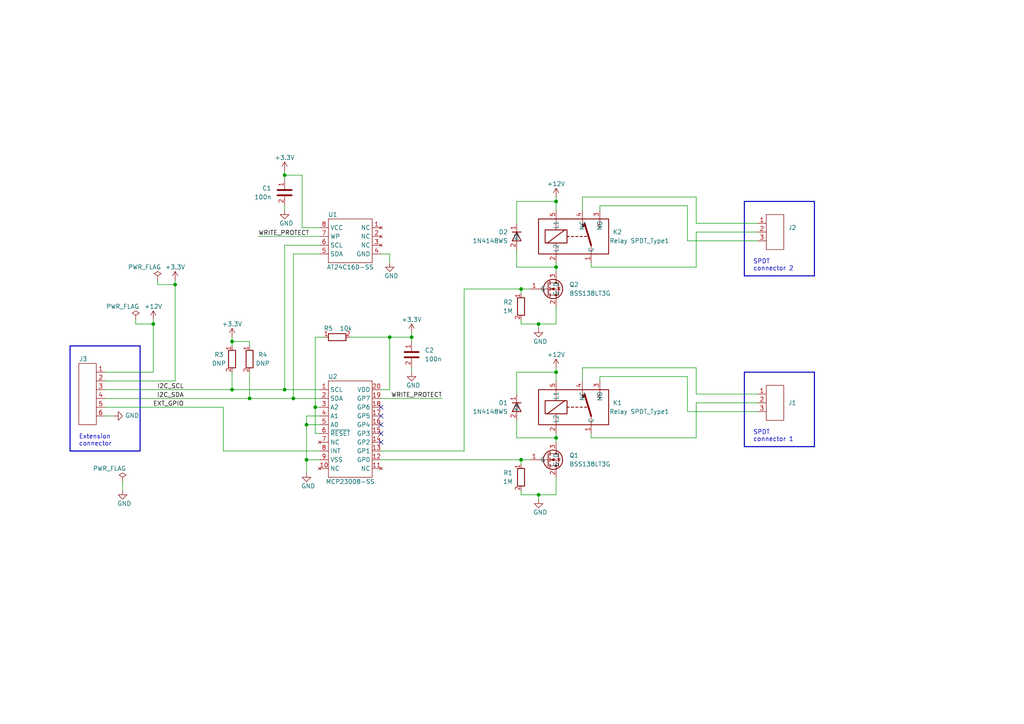
<source format=kicad_sch>
(kicad_sch (version 20230121) (generator eeschema)
  (paper "A4")
  (title_block (title "Two relays extension board") (date "2024-05-24") (rev "1.0") (company "stf.labs"))
  (lib_symbols
    (symbol "p_Diode:1N4148WS" (pin_names (offset 1.016))
      (property "Reference" "D" (at 0 3.81 0))
      (property "Value" "1N4148WS" (at 0 -2.54 0))
      (symbol "1N4148WS_1_1"
        (polyline (pts (xy -1.27 1.27) (xy -1.27 -1.27)) (stroke (width 0.254)))
        (polyline (pts (xy 1.27 0) (xy -1.27 0)))
        (polyline (pts (xy 1.27 1.27) (xy 1.27 -1.27) (xy -1.27 0) (xy 1.27 1.27)) (stroke (width 0.254)))
        (pin passive line (at -3.81 0 0) (length 2.54) (name "K") (number "1"))
        (pin passive line (at 3.81 0 180) (length 2.54) (name "A") (number "2"))
      )
    )
    (symbol "p_IO:MCP23008-SS"
      (property "Reference" "U" (at -5.08 15.24 0))
      (property "Value" "MCP23008-SS" (at 0 -15.24 0))
      (symbol "MCP23008-SS_0_1"
        (rectangle (start -6.35 13.97) (end 6.35 -13.97))
      )
      (symbol "MCP23008-SS_1_1"
        (pin input line (at -8.89 11.43 0) (length 2.54) (name "SCL") (number "1"))
        (pin no_connect line (at -8.89 -11.43 0) (length 2.54) (name "NC") (number "10"))
        (pin no_connect line (at 8.89 -11.43 180) (length 2.54) (name "NC") (number "11"))
        (pin bidirectional line (at 8.89 -8.89 180) (length 2.54) (name "GP0") (number "12"))
        (pin bidirectional line (at 8.89 -6.35 180) (length 2.54) (name "GP1") (number "13"))
        (pin bidirectional line (at 8.89 -3.81 180) (length 2.54) (name "GP2") (number "14"))
        (pin bidirectional line (at 8.89 -1.27 180) (length 2.54) (name "GP3") (number "15"))
        (pin bidirectional line (at 8.89 1.27 180) (length 2.54) (name "GP4") (number "16"))
        (pin bidirectional line (at 8.89 3.81 180) (length 2.54) (name "GP5") (number "17"))
        (pin bidirectional line (at 8.89 6.35 180) (length 2.54) (name "GP6") (number "18"))
        (pin bidirectional line (at 8.89 8.89 180) (length 2.54) (name "GP7") (number "19"))
        (pin bidirectional line (at -8.89 8.89 0) (length 2.54) (name "SDA") (number "2"))
        (pin power_in line (at 8.89 11.43 180) (length 2.54) (name "VDD") (number "20"))
        (pin input line (at -8.89 6.35 0) (length 2.54) (name "A2") (number "3"))
        (pin input line (at -8.89 3.81 0) (length 2.54) (name "A1") (number "4"))
        (pin input line (at -8.89 1.27 0) (length 2.54) (name "A0") (number "5"))
        (pin input line (at -8.89 -1.27 0) (length 2.54) (name "~{RESET}") (number "6"))
        (pin no_connect line (at -8.89 -3.81 0) (length 2.54) (name "NC") (number "7"))
        (pin output line (at -8.89 -6.35 0) (length 2.54) (name "INT") (number "8"))
        (pin passive line (at -8.89 -8.89 0) (length 2.54) (name "VSS") (number "9"))
      )
    )
    (symbol "p_Memory:AT24C16D-SS"
      (property "Reference" "U" (at -5.08 7.62 0))
      (property "Value" "AT24C16D-SS" (at 2.54 -7.62 0))
      (property "Footprint" "p_Package_SO:SOIC-8_3.9x4.9mm_P1.27mm" (at 1.27 -10.16 0))
      (symbol "AT24C16D-SS_0_1"
        (rectangle (start -6.35 6.35) (end 6.35 -6.35))
      )
      (symbol "AT24C16D-SS_1_1"
        (pin no_connect line (at -8.89 3.81 0) (length 2.54) (name "NC") (number "1"))
        (pin no_connect line (at -8.89 1.27 0) (length 2.54) (name "NC") (number "2"))
        (pin no_connect line (at -8.89 -1.27 0) (length 2.54) (name "NC") (number "3"))
        (pin passive line (at -8.89 -3.81 0) (length 2.54) (name "GND") (number "4"))
        (pin bidirectional line (at 8.89 -3.81 180) (length 2.54) (name "SDA") (number "5"))
        (pin input line (at 8.89 -1.27 180) (length 2.54) (name "SCL") (number "6"))
        (pin input line (at 8.89 1.27 180) (length 2.54) (name "WP") (number "7"))
        (pin power_in line (at 8.89 3.81 180) (length 2.54) (name "VCC") (number "8"))
      )
    )
    (symbol "p_Misc:Conn_HE13_1x3_2.54V" (pin_names (offset 1.016) hide)
      (property "Reference" "J" (at 2.54 6.35 0))
      (property "Value" "Conn_HE13_1x3_2.54V" (at 2.54 -7.62 0))
      (symbol "Conn_HE13_1x3_2.54V_0_1"
        (rectangle (start 0 5.08) (end 5.08 -5.08))
      )
      (symbol "Conn_HE13_1x3_2.54V_1_1"
        (pin passive line (at -2.54 2.54 0) (length 2.54) (name "1") (number "1"))
        (pin passive line (at -2.54 0 0) (length 2.54) (name "2") (number "2"))
        (pin passive line (at -2.54 -2.54 0) (length 2.54) (name "3") (number "3"))
      )
    )
    (symbol "p_Misc:Conn_HE13_1x6_2.54V" (pin_names (offset 1.016) hide)
      (property "Reference" "J" (at 5.08 3.81 0))
      (property "Value" "Conn_HE13_1x6_2.54V" (at 6.35 -17.78 0))
      (symbol "Conn_HE13_1x6_2.54V_0_1"
        (rectangle (start 2.54 2.54) (end 7.62 -15.24))
      )
      (symbol "Conn_HE13_1x6_2.54V_1_1"
        (pin passive line (at 0 0 0) (length 2.54) (name "1") (number "1"))
        (pin passive line (at 0 -2.54 0) (length 2.54) (name "2") (number "2"))
        (pin passive line (at 0 -5.08 0) (length 2.54) (name "3") (number "3"))
        (pin passive line (at 0 -7.62 0) (length 2.54) (name "4") (number "4"))
        (pin passive line (at 0 -10.16 0) (length 2.54) (name "5") (number "5"))
        (pin passive line (at 0 -12.7 0) (length 2.54) (name "6") (number "6"))
      )
    )
    (symbol "p_Misc:Relay_SPDT_Type1"
      (property "Reference" "K" (at -10.16 6.35 0))
      (property "Value" "Relay SPDT_Type1" (at 15.24 -6.35 0))
      (symbol "Relay_SPDT_Type1_0_0"
        (polyline (pts (xy 7.62 5.08) (xy 7.62 2.54) (xy 6.985 3.175) (xy 7.62 3.81)))
      )
      (symbol "Relay_SPDT_Type1_0_1"
        (rectangle (start -8.255 1.905) (end -1.905 -1.905) (stroke (width 0.254)))
        (polyline (pts (xy -7.62 -1.905) (xy -2.54 1.905)) (stroke (width 0.254)))
        (polyline (pts (xy -5.08 -5.08) (xy -5.08 -1.905)))
        (polyline (pts (xy -5.08 5.08) (xy -5.08 1.905)))
        (polyline (pts (xy -1.905 0) (xy -1.27 0)) (stroke (width 0.254)))
        (polyline (pts (xy -0.635 0) (xy 0 0)) (stroke (width 0.254)))
        (polyline (pts (xy 0.635 0) (xy 1.27 0)) (stroke (width 0.254)))
        (polyline (pts (xy 1.905 0) (xy 2.54 0)) (stroke (width 0.254)))
        (polyline (pts (xy 3.175 0) (xy 3.81 0)) (stroke (width 0.254)))
        (polyline (pts (xy 5.08 -2.54) (xy 3.175 3.81)) (stroke (width 0.508)))
        (polyline (pts (xy 5.08 -2.54) (xy 5.08 -5.08)))
        (polyline (pts (xy 2.54 5.08) (xy 2.54 2.54) (xy 3.175 3.175) (xy 2.54 3.81)) (fill (type outline)))
      )
      (symbol "Relay_SPDT_Type1_1_1"
        (rectangle (start -10.16 5.08) (end 10.16 -5.08) (stroke (width 0.254)))
        (pin passive line (at 5.08 -7.62 90) (length 2.54) (name "C") (number "1"))
        (pin passive line (at -5.08 -7.62 90) (length 2.54) (name "L2") (number "2"))
        (pin passive line (at 7.62 7.62 270) (length 2.54) (name "NO") (number "3"))
        (pin passive line (at 2.54 7.62 270) (length 2.54) (name "NC") (number "4"))
        (pin passive line (at -5.08 7.62 270) (length 2.54) (name "L1") (number "5"))
      )
    )
    (symbol "p_Passive:C_0603" (pin_names (offset 0) hide)
      (property "Reference" "C" (at 0 0 0))
      (property "Value" "C_0603" (at 0 0 0))
      (symbol "C_0603_1_1"
        (polyline (pts (xy -2.032 -0.762) (xy 2.032 -0.762)) (stroke (width 0.508)))
        (polyline (pts (xy -2.032 0.762) (xy 2.032 0.762)) (stroke (width 0.508)))
        (pin passive line (at 0 3.81 270) (length 2.794) (name "~") (number "1"))
        (pin passive line (at 0 -3.81 90) (length 2.794) (name "~") (number "2"))
      )
    )
    (symbol "p_Passive:R_0603" (pin_names (offset 0) hide)
      (property "Reference" "R" (at 0 0 0))
      (property "Value" "R_0603" (at 0 0 0))
      (symbol "R_0603_1_1"
        (rectangle (start -1.016 -2.54) (end 1.016 2.54) (stroke (width 0.254)))
        (pin passive line (at 0 3.81 270) (length 1.27) (name "~") (number "1"))
        (pin passive line (at 0 -3.81 90) (length 1.27) (name "~") (number "2"))
      )
    )
    (symbol "p_Transistor_FET:BSS138LT3G"
      (property "Reference" "Q" (at -5.08 6.35 0))
      (property "Value" "BSS138LT3G" (at 0 0 0))
      (symbol "BSS138LT3G_1_1"
        (circle (center -0.889 0) (radius 2.794) (stroke (width 0.254)))
        (circle (center 0 -1.778) (radius 0.254) (fill (type outline)))
        (polyline (pts (xy -2.286 0) (xy -5.08 0)))
        (polyline (pts (xy -2.286 1.905) (xy -2.286 -1.905)) (stroke (width 0.254)))
        (polyline (pts (xy -1.778 -1.27) (xy -1.778 -2.286)) (stroke (width 0.254)))
        (polyline (pts (xy -1.778 0.508) (xy -1.778 -0.508)) (stroke (width 0.254)))
        (polyline (pts (xy -1.778 2.286) (xy -1.778 1.27)) (stroke (width 0.254)))
        (polyline (pts (xy 0 2.54) (xy 0 1.778)))
        (polyline (pts (xy 0 -2.54) (xy 0 0) (xy -1.778 0)))
        (polyline (pts (xy -1.778 -1.778) (xy 0.762 -1.778) (xy 0.762 1.778) (xy -1.778 1.778)))
        (polyline (pts (xy -1.524 0) (xy -0.508 0.381) (xy -0.508 -0.381) (xy -1.524 0)) (fill (type outline)))
        (polyline (pts (xy 0.254 0.508) (xy 0.381 0.381) (xy 1.143 0.381) (xy 1.27 0.254)))
        (polyline (pts (xy 0.762 0.381) (xy 0.381 -0.254) (xy 1.143 -0.254) (xy 0.762 0.381)))
        (circle (center 0 1.778) (radius 0.254) (fill (type outline)))
        (pin input line (at -7.62 0 0) (length 2.54) (name "G") (number "1"))
        (pin passive line (at 0 -5.08 90) (length 2.54) (name "S") (number "2"))
        (pin passive line (at 0 5.08 270) (length 2.54) (name "D") (number "3"))
      )
    )
    (symbol "power:+12V" (power) (pin_names (offset 0))
      (property "Value" "+12V" (at 0 3.556 0))
      (symbol "+12V_0_1"
        (polyline (pts (xy -0.762 1.27) (xy 0 2.54)))
        (polyline (pts (xy 0 0) (xy 0 2.54)))
        (polyline (pts (xy 0 2.54) (xy 0.762 1.27)))
      )
      (symbol "+12V_1_1"
        (pin power_in line (at 0 0 90) (length 0) hide (name "+12V") (number "1"))
      )
    )
    (symbol "power:+3.3V" (power) (pin_names (offset 0))
      (property "Value" "+3.3V" (at 0 3.556 0))
      (symbol "+3.3V_0_1"
        (polyline (pts (xy -0.762 1.27) (xy 0 2.54)))
        (polyline (pts (xy 0 0) (xy 0 2.54)))
        (polyline (pts (xy 0 2.54) (xy 0.762 1.27)))
      )
      (symbol "+3.3V_1_1"
        (pin power_in line (at 0 0 90) (length 0) hide (name "+3.3V") (number "1"))
      )
    )
    (symbol "power:GND" (power) (pin_names (offset 0))
      (property "Value" "GND" (at 0 -3.81 0))
      (symbol "GND_0_1"
        (polyline (pts (xy 0 0) (xy 0 -1.27) (xy 1.27 -1.27) (xy 0 -2.54) (xy -1.27 -1.27) (xy 0 -1.27)))
      )
      (symbol "GND_1_1"
        (pin power_in line (at 0 0 270) (length 0) hide (name "GND") (number "1"))
      )
    )
    (symbol "power:PWR_FLAG" (power) (pin_numbers hide) (pin_names (offset 0) hide)
      (property "Value" "PWR_FLAG" (at 0 3.81 0))
      (symbol "PWR_FLAG_0_0"
        (pin power_out line (at 0 0 90) (length 0) (name "pwr") (number "1"))
      )
      (symbol "PWR_FLAG_0_1"
        (polyline (pts (xy 0 0) (xy 0 1.27) (xy -1.016 1.905) (xy 0 2.54) (xy 1.016 1.905) (xy 0 1.27)))
      )
    )
  )
  (junction (at 113.03 97.79))
  (junction (at 67.31 99.06))
  (junction (at 91.44 118.11))
  (junction (at 82.55 50.8))
  (junction (at 161.29 77.47))
  (junction (at 151.13 83.82))
  (junction (at 67.31 113.03))
  (junction (at 161.29 107.95))
  (junction (at 82.55 113.03))
  (junction (at 161.29 58.42))
  (junction (at 88.9 133.35))
  (junction (at 161.29 127))
  (junction (at 156.21 93.98))
  (junction (at 119.38 97.79))
  (junction (at 88.9 123.19))
  (junction (at 50.8 82.55))
  (junction (at 72.39 115.57))
  (junction (at 151.13 133.35))
  (junction (at 44.45 93.98))
  (junction (at 85.09 115.57))
  (junction (at 156.21 143.51))
  (no_connect (at 110.49 125.73))
  (no_connect (at 110.49 128.27))
  (no_connect (at 110.49 118.11))
  (no_connect (at 110.49 123.19))
  (no_connect (at 110.49 120.65))
  (wire (pts (xy 171.45 127) (xy 201.93 127)))
  (wire (pts (xy 92.71 71.12) (xy 82.55 71.12)))
  (wire (pts (xy 72.39 99.06) (xy 67.31 99.06)))
  (wire (pts (xy 92.71 130.81) (xy 64.77 130.81)))
  (wire (pts (xy 44.45 93.98) (xy 44.45 107.95)))
  (wire (pts (xy 161.29 125.73) (xy 161.29 127)))
  (wire (pts (xy 151.13 92.71) (xy 151.13 93.98)))
  (wire (pts (xy 67.31 113.03) (xy 82.55 113.03)))
  (polyline (pts (xy 236.22 107.95) (xy 215.9 107.95)) (stroke (width 0.3048)))
  (wire (pts (xy 82.55 50.8) (xy 82.55 52.07)))
  (wire (pts (xy 151.13 133.35) (xy 153.67 133.35)))
  (wire (pts (xy 201.93 114.3) (xy 201.93 106.68)))
  (wire (pts (xy 72.39 115.57) (xy 85.09 115.57)))
  (wire (pts (xy 30.48 110.49) (xy 50.8 110.49)))
  (wire (pts (xy 87.63 50.8) (xy 87.63 66.04)))
  (wire (pts (xy 67.31 99.06) (xy 67.31 100.33)))
  (wire (pts (xy 156.21 93.98) (xy 156.21 95.25)))
  (wire (pts (xy 92.71 120.65) (xy 88.9 120.65)))
  (wire (pts (xy 201.93 64.77) (xy 219.71 64.77)))
  (polyline (pts (xy 215.9 58.42) (xy 215.9 80.01)) (stroke (width 0.3048)))
  (wire (pts (xy 199.39 59.69) (xy 199.39 69.85)))
  (wire (pts (xy 85.09 115.57) (xy 92.71 115.57)))
  (wire (pts (xy 161.29 76.2) (xy 161.29 77.47)))
  (wire (pts (xy 91.44 97.79) (xy 91.44 118.11)))
  (wire (pts (xy 50.8 82.55) (xy 50.8 110.49)))
  (wire (pts (xy 74.93 68.58) (xy 92.71 68.58)))
  (wire (pts (xy 219.71 119.38) (xy 199.39 119.38)))
  (wire (pts (xy 151.13 142.24) (xy 151.13 143.51)))
  (wire (pts (xy 45.72 82.55) (xy 50.8 82.55)))
  (wire (pts (xy 171.45 77.47) (xy 201.93 77.47)))
  (wire (pts (xy 92.71 123.19) (xy 88.9 123.19)))
  (wire (pts (xy 201.93 106.68) (xy 168.91 106.68)))
  (wire (pts (xy 82.55 71.12) (xy 82.55 113.03)))
  (wire (pts (xy 88.9 123.19) (xy 88.9 133.35)))
  (wire (pts (xy 82.55 49.53) (xy 82.55 50.8)))
  (wire (pts (xy 39.37 93.98) (xy 44.45 93.98)))
  (wire (pts (xy 201.93 64.77) (xy 201.93 57.15)))
  (wire (pts (xy 173.99 109.22) (xy 199.39 109.22)))
  (wire (pts (xy 201.93 114.3) (xy 219.71 114.3)))
  (wire (pts (xy 50.8 81.28) (xy 50.8 82.55)))
  (wire (pts (xy 119.38 97.79) (xy 119.38 99.06)))
  (wire (pts (xy 72.39 100.33) (xy 72.39 99.06)))
  (wire (pts (xy 85.09 73.66) (xy 92.71 73.66)))
  (wire (pts (xy 67.31 107.95) (xy 67.31 113.03)))
  (wire (pts (xy 151.13 143.51) (xy 156.21 143.51)))
  (wire (pts (xy 201.93 67.31) (xy 201.93 77.47)))
  (wire (pts (xy 161.29 127) (xy 149.86 127)))
  (wire (pts (xy 168.91 106.68) (xy 168.91 110.49)))
  (wire (pts (xy 128.27 115.57) (xy 110.49 115.57)))
  (polyline (pts (xy 40.64 100.33) (xy 20.32 100.33)) (stroke (width 0.3048)))
  (wire (pts (xy 39.37 92.71) (xy 39.37 93.98)))
  (wire (pts (xy 113.03 97.79) (xy 119.38 97.79)))
  (wire (pts (xy 134.62 83.82) (xy 151.13 83.82)))
  (wire (pts (xy 88.9 137.16) (xy 88.9 133.35)))
  (wire (pts (xy 168.91 60.96) (xy 168.91 57.15)))
  (wire (pts (xy 161.29 127) (xy 161.29 128.27)))
  (wire (pts (xy 156.21 93.98) (xy 161.29 93.98)))
  (polyline (pts (xy 215.9 107.95) (xy 215.9 129.54)) (stroke (width 0.3048)))
  (wire (pts (xy 35.56 139.7) (xy 35.56 142.24)))
  (wire (pts (xy 64.77 130.81) (xy 64.77 118.11)))
  (wire (pts (xy 88.9 120.65) (xy 88.9 123.19)))
  (wire (pts (xy 161.29 106.68) (xy 161.29 107.95)))
  (wire (pts (xy 113.03 113.03) (xy 113.03 97.79)))
  (wire (pts (xy 30.48 120.65) (xy 33.02 120.65)))
  (wire (pts (xy 92.71 118.11) (xy 91.44 118.11)))
  (wire (pts (xy 110.49 133.35) (xy 151.13 133.35)))
  (wire (pts (xy 82.55 50.8) (xy 87.63 50.8)))
  (wire (pts (xy 161.29 60.96) (xy 161.29 58.42)))
  (wire (pts (xy 88.9 133.35) (xy 92.71 133.35)))
  (wire (pts (xy 44.45 92.71) (xy 44.45 93.98)))
  (wire (pts (xy 30.48 118.11) (xy 64.77 118.11)))
  (wire (pts (xy 91.44 97.79) (xy 93.98 97.79)))
  (wire (pts (xy 134.62 130.81) (xy 134.62 83.82)))
  (wire (pts (xy 151.13 133.35) (xy 151.13 134.62)))
  (wire (pts (xy 161.29 110.49) (xy 161.29 107.95)))
  (wire (pts (xy 149.86 77.47) (xy 149.86 72.39)))
  (polyline (pts (xy 20.32 100.33) (xy 20.32 130.81)) (stroke (width 0.3048)))
  (wire (pts (xy 119.38 96.52) (xy 119.38 97.79)))
  (wire (pts (xy 171.45 125.73) (xy 171.45 127)))
  (wire (pts (xy 85.09 115.57) (xy 85.09 73.66)))
  (polyline (pts (xy 40.64 100.33) (xy 40.64 130.81)) (stroke (width 0.3048)))
  (wire (pts (xy 151.13 83.82) (xy 151.13 85.09)))
  (wire (pts (xy 110.49 130.81) (xy 134.62 130.81)))
  (polyline (pts (xy 236.22 58.42) (xy 236.22 80.01)) (stroke (width 0.3048)))
  (wire (pts (xy 91.44 118.11) (xy 91.44 125.73)))
  (polyline (pts (xy 236.22 107.95) (xy 236.22 129.54)) (stroke (width 0.3048)))
  (wire (pts (xy 149.86 58.42) (xy 149.86 64.77)))
  (wire (pts (xy 173.99 59.69) (xy 173.99 60.96)))
  (wire (pts (xy 168.91 57.15) (xy 201.93 57.15)))
  (polyline (pts (xy 20.32 130.81) (xy 40.64 130.81)) (stroke (width 0.3048)))
  (wire (pts (xy 161.29 88.9) (xy 161.29 93.98)))
  (wire (pts (xy 219.71 116.84) (xy 201.93 116.84)))
  (wire (pts (xy 161.29 57.15) (xy 161.29 58.42)))
  (polyline (pts (xy 215.9 80.01) (xy 236.22 80.01)) (stroke (width 0.3048)))
  (wire (pts (xy 151.13 83.82) (xy 153.67 83.82)))
  (wire (pts (xy 67.31 97.79) (xy 67.31 99.06)))
  (wire (pts (xy 30.48 107.95) (xy 44.45 107.95)))
  (wire (pts (xy 30.48 113.03) (xy 67.31 113.03)))
  (wire (pts (xy 171.45 77.47) (xy 171.45 76.2)))
  (wire (pts (xy 219.71 69.85) (xy 199.39 69.85)))
  (wire (pts (xy 87.63 66.04) (xy 92.71 66.04)))
  (polyline (pts (xy 236.22 58.42) (xy 215.9 58.42)) (stroke (width 0.3048)))
  (wire (pts (xy 161.29 77.47) (xy 161.29 78.74)))
  (wire (pts (xy 161.29 58.42) (xy 149.86 58.42)))
  (wire (pts (xy 156.21 143.51) (xy 161.29 143.51)))
  (wire (pts (xy 119.38 106.68) (xy 119.38 107.95)))
  (wire (pts (xy 151.13 93.98) (xy 156.21 93.98)))
  (wire (pts (xy 149.86 107.95) (xy 149.86 114.3)))
  (wire (pts (xy 161.29 77.47) (xy 149.86 77.47)))
  (polyline (pts (xy 215.9 129.54) (xy 236.22 129.54)) (stroke (width 0.3048)))
  (wire (pts (xy 161.29 138.43) (xy 161.29 143.51)))
  (wire (pts (xy 113.03 73.66) (xy 113.03 76.2)))
  (wire (pts (xy 110.49 113.03) (xy 113.03 113.03)))
  (wire (pts (xy 82.55 59.69) (xy 82.55 60.96)))
  (wire (pts (xy 219.71 67.31) (xy 201.93 67.31)))
  (wire (pts (xy 201.93 116.84) (xy 201.93 127)))
  (wire (pts (xy 30.48 115.57) (xy 72.39 115.57)))
  (wire (pts (xy 149.86 127) (xy 149.86 121.92)))
  (wire (pts (xy 72.39 107.95) (xy 72.39 115.57)))
  (wire (pts (xy 199.39 59.69) (xy 173.99 59.69)))
  (wire (pts (xy 45.72 81.28) (xy 45.72 82.55)))
  (wire (pts (xy 156.21 143.51) (xy 156.21 144.78)))
  (wire (pts (xy 173.99 110.49) (xy 173.99 109.22)))
  (wire (pts (xy 92.71 125.73) (xy 91.44 125.73)))
  (wire (pts (xy 82.55 113.03) (xy 92.71 113.03)))
  (wire (pts (xy 199.39 109.22) (xy 199.39 119.38)))
  (wire (pts (xy 110.49 73.66) (xy 113.03 73.66)))
  (wire (pts (xy 161.29 107.95) (xy 149.86 107.95)))
  (wire (pts (xy 101.6 97.79) (xy 113.03 97.79)))
  (text "SPDT\nconnector 1" (at 218.44 128.27 0) (effects (font (size 1.27 1.27)) (justify left bottom)))
  (text "SPDT\nconnector 2" (at 218.44 78.74 0) (effects (font (size 1.27 1.27)) (justify left bottom)))
  (text "Extension\nconnector" (at 22.86 129.54 0) (effects (font (size 1.27 1.27)) (justify left bottom)))
  (label "EXT_GPIO" (at 53.34 118.11 180))
  (label "I2C_SDA" (at 53.34 115.57 180))
  (label "WRITE_PROTECT" (at 74.93 68.58 0))
  (label "I2C_SCL" (at 53.34 113.03 180))
  (label "WRITE_PROTECT" (at 128.27 115.57 180))
  (symbol (lib_id "p_Misc:Conn_HE13_1x3_2.54V") (at 222.25 116.84 0) (unit 1)
    (property "Reference" "J1" (at 228.6 116.84 0) (effects (justify left)))
    (property "Value" "Conn_HE13_1x3_2.54V" (effects hide))
    (property "Footprint" "p_Package_Misc:PinHeader_1x03_P2.54mm_Vertical" (effects hide))
  )
  (symbol (lib_id "power:PWR_FLAG") (at 35.56 139.7 0) (unit 1)
    (property "Reference" "#FLG03" (effects hide))
    (property "Value" "PWR_FLAG" (at 31.75 135.89 0))
  )
  (symbol (lib_id "power:GND") (at 113.03 76.2 0) (unit 1)
    (property "Reference" "#PWR08" (effects hide))
    (property "Value" "GND" (at 115.57 80.01 0) (effects (justify right)))
  )
  (symbol (lib_id "power:GND") (at 82.55 60.96 0) (unit 1)
    (property "Reference" "#PWR06" (effects hide))
    (property "Value" "GND" (at 85.09 64.77 0) (effects (justify right)))
  )
  (symbol (lib_id "power:+12V") (at 44.45 92.71 0) (unit 1)
    (property "Reference" "#PWR02" (effects hide))
    (property "Value" "+12V" (at 44.45 88.9 0))
  )
  (symbol (lib_id "power:+3.3V") (at 67.31 97.79 0) (unit 1)
    (property "Reference" "#PWR04" (effects hide))
    (property "Value" "+3.3V" (at 67.31 93.98 0))
  )
  (symbol (lib_id "power:PWR_FLAG") (at 45.72 81.28 0) (unit 1)
    (property "Reference" "#FLG02" (effects hide))
    (property "Value" "PWR_FLAG" (at 41.91 77.47 0))
  )
  (symbol (lib_id "power:GND") (at 119.38 107.95 0) (unit 1)
    (property "Reference" "#PWR010" (effects hide))
    (property "Value" "GND" (at 121.92 111.76 0) (effects (justify right)))
  )
  (symbol (lib_id "power:+3.3V") (at 119.38 96.52 0) (unit 1)
    (property "Reference" "#PWR09" (effects hide))
    (property "Value" "+3.3V" (at 119.38 92.71 0))
  )
  (symbol (lib_id "power:GND") (at 88.9 137.16 0) (unit 1)
    (property "Reference" "#PWR07" (effects hide))
    (property "Value" "GND" (at 91.44 140.97 0) (effects (justify right)))
  )
  (symbol (lib_id "p_Passive:R_0603") (at 97.79 97.79 90) (unit 1)
    (property "Reference" "R5" (at 95.25 95.25 90))
    (property "Value" "10k" (at 100.33 95.25 90))
    (property "Footprint" "p_Package_Resistor_SMD:R_0603_1608Metric_Pad0.98x0.95mm_HandSolder" (effects hide))
  )
  (symbol (lib_id "power:+12V") (at 161.29 57.15 0) (unit 1)
    (property "Reference" "#PWR013" (effects hide))
    (property "Value" "+12V" (at 161.29 53.34 0))
  )
  (symbol (lib_id "p_Misc:Relay_SPDT_Type1") (at 166.37 68.58 0) (unit 1)
    (property "Reference" "K2" (at 179.07 67.31 0))
    (property "Value" "Relay SPDT_Type1" (at 185.42 69.85 0))
    (property "Footprint" "p_Package_Misc:Relay_SPDT_Type1" (effects hide))
  )
  (symbol (lib_id "power:GND") (at 35.56 142.24 0) (unit 1)
    (property "Reference" "#PWR015" (effects hide))
    (property "Value" "GND" (at 38.1 146.05 0) (effects (justify right)))
  )
  (symbol (lib_id "p_Transistor_FET:BSS138LT3G") (at 161.29 133.35 0) (unit 1)
    (property "Reference" "Q1" (at 165.1 132.08 0) (effects (justify left)))
    (property "Value" "BSS138LT3G" (at 165.1 134.62 0) (effects (justify left)))
    (property "Footprint" "p_Package_SOT:SOT-23" (effects hide))
    (property "Datasheet" "${KI_PERSO_COMPLIB}/datasheets/p_Transistor_FET/BSS138.pdf" (effects hide))
  )
  (symbol (lib_id "p_Misc:Relay_SPDT_Type1") (at 166.37 118.11 0) (unit 1)
    (property "Reference" "K1" (at 179.07 116.84 0))
    (property "Value" "Relay SPDT_Type1" (at 185.42 119.38 0))
    (property "Footprint" "p_Package_Misc:Relay_SPDT_Type1" (effects hide))
  )
  (symbol (lib_id "p_Misc:Conn_HE13_1x6_2.54V") (at 30.48 107.95 0) (mirror y) (unit 1)
    (property "Reference" "J3" (at 24.13 104.14 0))
    (property "Value" "Conn_HE13_1x6_2.54V" (effects hide))
    (property "Footprint" "p_Package_Misc:PinHeader_1x06_P2.54mm_Vertical" (effects hide))
  )
  (symbol (lib_id "power:+3.3V") (at 82.55 49.53 0) (unit 1)
    (property "Reference" "#PWR05" (effects hide))
    (property "Value" "+3.3V" (at 82.55 45.72 0))
  )
  (symbol (lib_id "p_Diode:1N4148WS") (at 149.86 68.58 90) (mirror x) (unit 1)
    (property "Reference" "D2" (at 147.32 67.31 90) (effects (justify left)))
    (property "Value" "1N4148WS" (at 147.32 69.85 90) (effects (justify left)))
    (property "Footprint" "p_Package_Diode_SMD:D_SOD-323_HandSoldering" (effects hide))
  )
  (symbol (lib_id "p_Diode:1N4148WS") (at 149.86 118.11 90) (mirror x) (unit 1)
    (property "Reference" "D1" (at 147.32 116.84 90) (effects (justify left)))
    (property "Value" "1N4148WS" (at 147.32 119.38 90) (effects (justify left)))
    (property "Footprint" "p_Package_Diode_SMD:D_SOD-323_HandSoldering" (effects hide))
  )
  (symbol (lib_id "p_Passive:R_0603") (at 72.39 104.14 0) (unit 1)
    (property "Reference" "R4" (at 76.2 102.87 0))
    (property "Value" "DNP" (at 76.2 105.41 0))
    (property "Footprint" "p_Package_Resistor_SMD:R_0603_1608Metric_Pad0.98x0.95mm_HandSolder" (effects hide))
  )
  (symbol (lib_id "p_Misc:Conn_HE13_1x3_2.54V") (at 222.25 67.31 0) (unit 1)
    (property "Reference" "J2" (at 228.6 66.04 0) (effects (justify left)))
    (property "Value" "Conn_HE13_1x3_2.54V" (effects hide))
    (property "Footprint" "p_Package_Misc:PinHeader_1x03_P2.54mm_Vertical" (effects hide))
  )
  (symbol (lib_id "p_Passive:R_0603") (at 151.13 88.9 0) (mirror y) (unit 1)
    (property "Reference" "R2" (at 147.32 87.63 0))
    (property "Value" "1M" (at 147.32 90.17 0))
    (property "Footprint" "p_Package_Resistor_SMD:R_0603_1608Metric_Pad0.98x0.95mm_HandSolder" (effects hide))
  )
  (symbol (lib_id "p_Memory:AT24C16D-SS") (at 101.6 69.85 0) (mirror y) (unit 1)
    (property "Reference" "U1" (at 96.52 62.23 0))
    (property "Value" "AT24C16D-SS" (at 101.6 77.47 0))
    (property "Footprint" "p_Package_SO:SOIC-8_3.9x4.9mm_P1.27mm" (effects hide))
  )
  (symbol (lib_id "power:+12V") (at 161.29 106.68 0) (unit 1)
    (property "Reference" "#PWR014" (effects hide))
    (property "Value" "+12V" (at 161.29 102.87 0))
  )
  (symbol (lib_id "power:GND") (at 33.02 120.65 90) (unit 1)
    (property "Reference" "#PWR01" (effects hide))
    (property "Value" "GND" (at 36.2712 120.523 90) (effects (justify right)))
  )
  (symbol (lib_id "p_IO:MCP23008-SS") (at 101.6 124.46 0) (unit 1)
    (property "Reference" "U2" (at 96.52 109.22 0))
    (property "Value" "MCP23008-SS" (at 101.6 139.7 0))
    (property "Footprint" "p_Package_SO:SSOP-20_5.3x7.2mm_P0.65mm" (effects hide))
  )
  (symbol (lib_id "power:GND") (at 156.21 144.78 0) (unit 1)
    (property "Reference" "#PWR012" (effects hide))
    (property "Value" "GND" (at 158.75 148.59 0) (effects (justify right)))
  )
  (symbol (lib_id "p_Passive:R_0603") (at 67.31 104.14 0) (mirror y) (unit 1)
    (property "Reference" "R3" (at 63.5 102.87 0))
    (property "Value" "DNP" (at 63.5 105.41 0))
    (property "Footprint" "p_Package_Resistor_SMD:R_0603_1608Metric_Pad0.98x0.95mm_HandSolder" (effects hide))
  )
  (symbol (lib_id "p_Transistor_FET:BSS138LT3G") (at 161.29 83.82 0) (unit 1)
    (property "Reference" "Q2" (at 165.1 82.55 0) (effects (justify left)))
    (property "Value" "BSS138LT3G" (at 165.1 85.09 0) (effects (justify left)))
    (property "Footprint" "p_Package_SOT:SOT-23" (effects hide))
    (property "Datasheet" "${KI_PERSO_COMPLIB}/datasheets/p_Transistor_FET/BSS138.pdf" (effects hide))
  )
  (symbol (lib_id "power:PWR_FLAG") (at 39.37 92.71 0) (unit 1)
    (property "Reference" "#FLG01" (effects hide))
    (property "Value" "PWR_FLAG" (at 35.56 88.9 0))
  )
  (symbol (lib_id "p_Passive:C_0603") (at 119.38 102.87 0) (unit 1)
    (property "Reference" "C2" (at 123.19 101.6 0) (effects (justify left)))
    (property "Value" "100n" (at 123.19 104.14 0) (effects (justify left)))
    (property "Footprint" "p_Package_Capacitor_SMD:C_0603_1608Metric_Pad1.08x0.95mm_HandSolder" (effects hide))
  )
  (symbol (lib_id "power:+3.3V") (at 50.8 81.28 0) (unit 1)
    (property "Reference" "#PWR03" (effects hide))
    (property "Value" "+3.3V" (at 50.8 77.47 0))
  )
  (symbol (lib_id "p_Passive:C_0603") (at 82.55 55.88 0) (mirror y) (unit 1)
    (property "Reference" "C1" (at 78.74 54.61 0) (effects (justify left)))
    (property "Value" "100n" (at 78.74 57.15 0) (effects (justify left)))
    (property "Footprint" "p_Package_Capacitor_SMD:C_0603_1608Metric_Pad1.08x0.95mm_HandSolder" (effects hide))
  )
  (symbol (lib_id "power:GND") (at 156.21 95.25 0) (unit 1)
    (property "Reference" "#PWR011" (effects hide))
    (property "Value" "GND" (at 158.75 99.06 0) (effects (justify right)))
  )
  (symbol (lib_id "p_Passive:R_0603") (at 151.13 138.43 0) (mirror y) (unit 1)
    (property "Reference" "R1" (at 147.32 137.16 0))
    (property "Value" "1M" (at 147.32 139.7 0))
    (property "Footprint" "p_Package_Resistor_SMD:R_0603_1608Metric_Pad0.98x0.95mm_HandSolder" (effects hide))
  )
)
</source>
